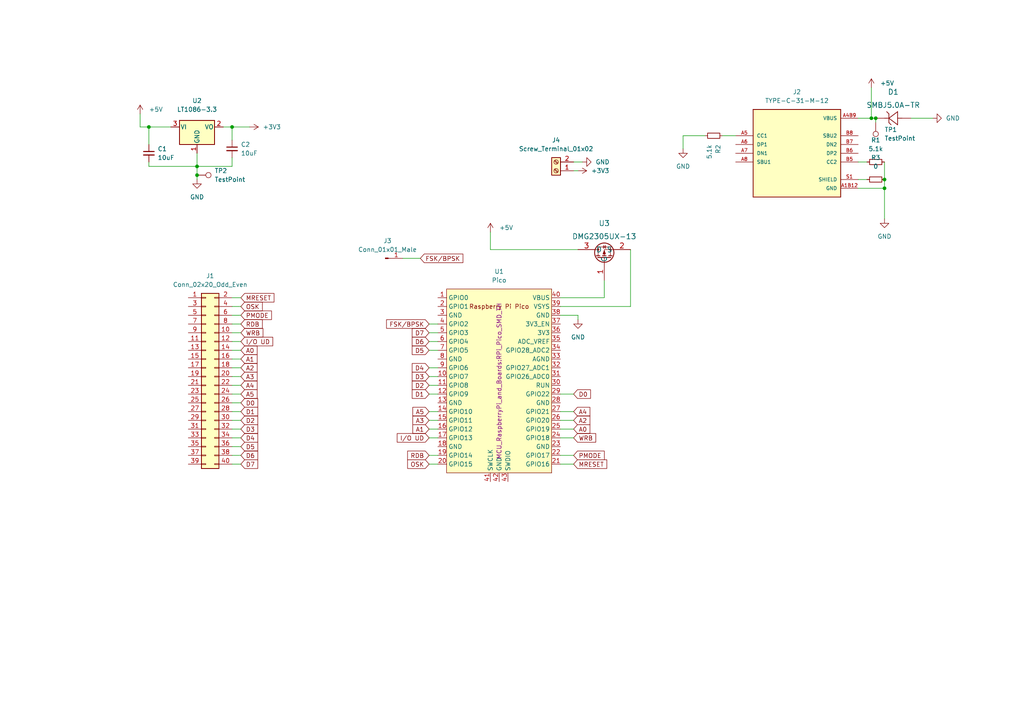
<source format=kicad_sch>
(kicad_sch (version 20211123) (generator eeschema)
  (paper "A4")
  (lib_symbols
    (symbol "Connector:Conn_01x01_Male" (pin_names (offset 1.016) hide)
      (property "Reference" "J" (at 0 2.54 0))
      (property "Value" "Conn_01x01_Male" (at 0 -2.54 0))
      (symbol "Conn_01x01_Male_1_1"
        (polyline (pts (xy 1.27 0) (xy 0.8636 0)) (stroke (width 0.1524)))
        (rectangle (start 0.8636 0.127) (end 0 -0.127) (stroke (width 0.1524)) (fill (type outline)))
        (pin passive line (at 5.08 0 180) (length 3.81) (name "Pin_1") (number "1"))
      )
    )
    (symbol "Connector:Screw_Terminal_01x02" (pin_names (offset 1.016) hide)
      (property "Reference" "J" (at 0 2.54 0))
      (property "Value" "Screw_Terminal_01x02" (at 0 -5.08 0))
      (symbol "Screw_Terminal_01x02_1_1"
        (rectangle (start -1.27 1.27) (end 1.27 -3.81) (stroke (width 0.254)) (fill (type background)))
        (circle (center 0 -2.54) (radius 0.635) (stroke (width 0.1524)))
        (polyline (pts (xy -0.5334 -2.2098) (xy 0.3302 -3.048)) (stroke (width 0.1524)))
        (polyline (pts (xy -0.5334 0.3302) (xy 0.3302 -0.508)) (stroke (width 0.1524)))
        (polyline (pts (xy -0.3556 -2.032) (xy 0.508 -2.8702)) (stroke (width 0.1524)))
        (polyline (pts (xy -0.3556 0.508) (xy 0.508 -0.3302)) (stroke (width 0.1524)))
        (circle (center 0 0) (radius 0.635) (stroke (width 0.1524)))
        (pin passive line (at -5.08 0 0) (length 3.81) (name "Pin_1") (number "1"))
        (pin passive line (at -5.08 -2.54 0) (length 3.81) (name "Pin_2") (number "2"))
      )
    )
    (symbol "Connector:TestPoint" (pin_numbers hide) (pin_names (offset 0.762) hide)
      (property "Reference" "TP" (at 0 6.858 0))
      (property "Value" "TestPoint" (at 0 5.08 0))
      (symbol "TestPoint_0_1"
        (circle (center 0 3.302) (radius 0.762))
      )
      (symbol "TestPoint_1_1"
        (pin passive line (at 0 0 90) (length 2.54) (name "1") (number "1"))
      )
    )
    (symbol "Connector_Generic:Conn_02x20_Odd_Even" (pin_names (offset 1.016) hide)
      (property "Reference" "J" (at 1.27 25.4 0))
      (property "Value" "Conn_02x20_Odd_Even" (at 1.27 -27.94 0))
      (symbol "Conn_02x20_Odd_Even_1_1"
        (rectangle (start -1.27 -25.273) (end 0 -25.527) (stroke (width 0.1524)))
        (rectangle (start -1.27 -22.733) (end 0 -22.987) (stroke (width 0.1524)))
        (rectangle (start -1.27 -20.193) (end 0 -20.447) (stroke (width 0.1524)))
        (rectangle (start -1.27 -17.653) (end 0 -17.907) (stroke (width 0.1524)))
        (rectangle (start -1.27 -15.113) (end 0 -15.367) (stroke (width 0.1524)))
        (rectangle (start -1.27 -12.573) (end 0 -12.827) (stroke (width 0.1524)))
        (rectangle (start -1.27 -10.033) (end 0 -10.287) (stroke (width 0.1524)))
        (rectangle (start -1.27 -7.493) (end 0 -7.747) (stroke (width 0.1524)))
        (rectangle (start -1.27 -4.953) (end 0 -5.207) (stroke (width 0.1524)))
        (rectangle (start -1.27 -2.413) (end 0 -2.667) (stroke (width 0.1524)))
        (rectangle (start -1.27 0.127) (end 0 -0.127) (stroke (width 0.1524)))
        (rectangle (start -1.27 2.667) (end 0 2.413) (stroke (width 0.1524)))
        (rectangle (start -1.27 5.207) (end 0 4.953) (stroke (width 0.1524)))
        (rectangle (start -1.27 7.747) (end 0 7.493) (stroke (width 0.1524)))
        (rectangle (start -1.27 10.287) (end 0 10.033) (stroke (width 0.1524)))
        (rectangle (start -1.27 12.827) (end 0 12.573) (stroke (width 0.1524)))
        (rectangle (start -1.27 15.367) (end 0 15.113) (stroke (width 0.1524)))
        (rectangle (start -1.27 17.907) (end 0 17.653) (stroke (width 0.1524)))
        (rectangle (start -1.27 20.447) (end 0 20.193) (stroke (width 0.1524)))
        (rectangle (start -1.27 22.987) (end 0 22.733) (stroke (width 0.1524)))
        (rectangle (start -1.27 24.13) (end 3.81 -26.67) (stroke (width 0.254)) (fill (type background)))
        (rectangle (start 3.81 -25.273) (end 2.54 -25.527) (stroke (width 0.1524)))
        (rectangle (start 3.81 -22.733) (end 2.54 -22.987) (stroke (width 0.1524)))
        (rectangle (start 3.81 -20.193) (end 2.54 -20.447) (stroke (width 0.1524)))
        (rectangle (start 3.81 -17.653) (end 2.54 -17.907) (stroke (width 0.1524)))
        (rectangle (start 3.81 -15.113) (end 2.54 -15.367) (stroke (width 0.1524)))
        (rectangle (start 3.81 -12.573) (end 2.54 -12.827) (stroke (width 0.1524)))
        (rectangle (start 3.81 -10.033) (end 2.54 -10.287) (stroke (width 0.1524)))
        (rectangle (start 3.81 -7.493) (end 2.54 -7.747) (stroke (width 0.1524)))
        (rectangle (start 3.81 -4.953) (end 2.54 -5.207) (stroke (width 0.1524)))
        (rectangle (start 3.81 -2.413) (end 2.54 -2.667) (stroke (width 0.1524)))
        (rectangle (start 3.81 0.127) (end 2.54 -0.127) (stroke (width 0.1524)))
        (rectangle (start 3.81 2.667) (end 2.54 2.413) (stroke (width 0.1524)))
        (rectangle (start 3.81 5.207) (end 2.54 4.953) (stroke (width 0.1524)))
        (rectangle (start 3.81 7.747) (end 2.54 7.493) (stroke (width 0.1524)))
        (rectangle (start 3.81 10.287) (end 2.54 10.033) (stroke (width 0.1524)))
        (rectangle (start 3.81 12.827) (end 2.54 12.573) (stroke (width 0.1524)))
        (rectangle (start 3.81 15.367) (end 2.54 15.113) (stroke (width 0.1524)))
        (rectangle (start 3.81 17.907) (end 2.54 17.653) (stroke (width 0.1524)))
        (rectangle (start 3.81 20.447) (end 2.54 20.193) (stroke (width 0.1524)))
        (rectangle (start 3.81 22.987) (end 2.54 22.733) (stroke (width 0.1524)))
        (pin passive line (at -5.08 22.86 0) (length 3.81) (name "Pin_1") (number "1"))
        (pin passive line (at 7.62 12.7 180) (length 3.81) (name "Pin_10") (number "10"))
        (pin passive line (at -5.08 10.16 0) (length 3.81) (name "Pin_11") (number "11"))
        (pin passive line (at 7.62 10.16 180) (length 3.81) (name "Pin_12") (number "12"))
        (pin passive line (at -5.08 7.62 0) (length 3.81) (name "Pin_13") (number "13"))
        (pin passive line (at 7.62 7.62 180) (length 3.81) (name "Pin_14") (number "14"))
        (pin passive line (at -5.08 5.08 0) (length 3.81) (name "Pin_15") (number "15"))
        (pin passive line (at 7.62 5.08 180) (length 3.81) (name "Pin_16") (number "16"))
        (pin passive line (at -5.08 2.54 0) (length 3.81) (name "Pin_17") (number "17"))
        (pin passive line (at 7.62 2.54 180) (length 3.81) (name "Pin_18") (number "18"))
        (pin passive line (at -5.08 0 0) (length 3.81) (name "Pin_19") (number "19"))
        (pin passive line (at 7.62 22.86 180) (length 3.81) (name "Pin_2") (number "2"))
        (pin passive line (at 7.62 0 180) (length 3.81) (name "Pin_20") (number "20"))
        (pin passive line (at -5.08 -2.54 0) (length 3.81) (name "Pin_21") (number "21"))
        (pin passive line (at 7.62 -2.54 180) (length 3.81) (name "Pin_22") (number "22"))
        (pin passive line (at -5.08 -5.08 0) (length 3.81) (name "Pin_23") (number "23"))
        (pin passive line (at 7.62 -5.08 180) (length 3.81) (name "Pin_24") (number "24"))
        (pin passive line (at -5.08 -7.62 0) (length 3.81) (name "Pin_25") (number "25"))
        (pin passive line (at 7.62 -7.62 180) (length 3.81) (name "Pin_26") (number "26"))
        (pin passive line (at -5.08 -10.16 0) (length 3.81) (name "Pin_27") (number "27"))
        (pin passive line (at 7.62 -10.16 180) (length 3.81) (name "Pin_28") (number "28"))
        (pin passive line (at -5.08 -12.7 0) (length 3.81) (name "Pin_29") (number "29"))
        (pin passive line (at -5.08 20.32 0) (length 3.81) (name "Pin_3") (number "3"))
        (pin passive line (at 7.62 -12.7 180) (length 3.81) (name "Pin_30") (number "30"))
        (pin passive line (at -5.08 -15.24 0) (length 3.81) (name "Pin_31") (number "31"))
        (pin passive line (at 7.62 -15.24 180) (length 3.81) (name "Pin_32") (number "32"))
        (pin passive line (at -5.08 -17.78 0) (length 3.81) (name "Pin_33") (number "33"))
        (pin passive line (at 7.62 -17.78 180) (length 3.81) (name "Pin_34") (number "34"))
        (pin passive line (at -5.08 -20.32 0) (length 3.81) (name "Pin_35") (number "35"))
        (pin passive line (at 7.62 -20.32 180) (length 3.81) (name "Pin_36") (number "36"))
        (pin passive line (at -5.08 -22.86 0) (length 3.81) (name "Pin_37") (number "37"))
        (pin passive line (at 7.62 -22.86 180) (length 3.81) (name "Pin_38") (number "38"))
        (pin passive line (at -5.08 -25.4 0) (length 3.81) (name "Pin_39") (number "39"))
        (pin passive line (at 7.62 20.32 180) (length 3.81) (name "Pin_4") (number "4"))
        (pin passive line (at 7.62 -25.4 180) (length 3.81) (name "Pin_40") (number "40"))
        (pin passive line (at -5.08 17.78 0) (length 3.81) (name "Pin_5") (number "5"))
        (pin passive line (at 7.62 17.78 180) (length 3.81) (name "Pin_6") (number "6"))
        (pin passive line (at -5.08 15.24 0) (length 3.81) (name "Pin_7") (number "7"))
        (pin passive line (at 7.62 15.24 180) (length 3.81) (name "Pin_8") (number "8"))
        (pin passive line (at -5.08 12.7 0) (length 3.81) (name "Pin_9") (number "9"))
      )
    )
    (symbol "DMG2305UX:DMG2305UX-13" (pin_names (offset 0.254))
      (property "Reference" "U" (at 15.24 6.35 0))
      (property "Value" "DMG2305UX-13" (at 15.24 3.81 0))
      (symbol "DMG2305UX-13_0_1"
        (polyline (pts (xy 24.384 -5.08) (xy 21.59 -5.08)))
        (polyline (pts (xy 24.384 -3.175) (xy 24.384 -6.985)) (stroke (width 0.254)))
        (polyline (pts (xy 24.892 -6.35) (xy 24.892 -7.366)) (stroke (width 0.254)))
        (polyline (pts (xy 24.892 -4.572) (xy 24.892 -5.588)) (stroke (width 0.254)))
        (polyline (pts (xy 24.892 -2.794) (xy 24.892 -3.81)) (stroke (width 0.254)))
        (polyline (pts (xy 26.67 -2.54) (xy 26.67 -3.302)))
        (polyline (pts (xy 26.67 -7.62) (xy 26.67 -5.08) (xy 24.892 -5.08)))
        (polyline (pts (xy 24.892 -3.302) (xy 27.432 -3.302) (xy 27.432 -6.858) (xy 24.892 -6.858)))
        (polyline (pts (xy 26.416 -5.08) (xy 25.4 -4.699) (xy 25.4 -5.461) (xy 26.416 -5.08)) (fill (type outline)))
        (polyline (pts (xy 26.924 -5.588) (xy 27.051 -5.461) (xy 27.813 -5.461) (xy 27.94 -5.334)))
        (polyline (pts (xy 27.432 -5.461) (xy 27.051 -4.826) (xy 27.813 -4.826) (xy 27.432 -5.461)))
        (circle (center 25.781 -5.08) (radius 2.794) (stroke (width 0.254)))
        (circle (center 26.67 -6.858) (radius 0.254) (fill (type outline)))
        (circle (center 26.67 -3.302) (radius 0.254) (fill (type outline)))
      )
      (symbol "DMG2305UX-13_1_1"
        (pin input line (at 17.78 -5.08 0) (length 5) (name "G") (number "1"))
        (pin passive line (at 26.67 -12.7 90) (length 5) (name "S") (number "2"))
        (pin passive line (at 26.67 2.54 270) (length 5) (name "D") (number "3"))
      )
    )
    (symbol "Device:C_Small" (pin_numbers hide) (pin_names (offset 0.254) hide)
      (property "Reference" "C" (at 0.254 1.778 0))
      (property "Value" "C_Small" (at 0.254 -2.032 0))
      (symbol "C_Small_0_1"
        (polyline (pts (xy -1.524 -0.508) (xy 1.524 -0.508)) (stroke (width 0.3302)))
        (polyline (pts (xy -1.524 0.508) (xy 1.524 0.508)) (stroke (width 0.3048)))
      )
      (symbol "C_Small_1_1"
        (pin passive line (at 0 2.54 270) (length 2.032) (name "~") (number "1"))
        (pin passive line (at 0 -2.54 90) (length 2.032) (name "~") (number "2"))
      )
    )
    (symbol "Device:R_Small" (pin_numbers hide) (pin_names (offset 0.254) hide)
      (property "Reference" "R" (at 0.762 0.508 0))
      (property "Value" "R_Small" (at 0.762 -1.016 0))
      (symbol "R_Small_0_1"
        (rectangle (start -0.762 1.778) (end 0.762 -1.778) (stroke (width 0.2032)))
      )
      (symbol "R_Small_1_1"
        (pin passive line (at 0 2.54 270) (length 0.762) (name "~") (number "1"))
        (pin passive line (at 0 -2.54 90) (length 0.762) (name "~") (number "2"))
      )
    )
    (symbol "MCU_RaspberryPi_and_Boards:Pico"
      (property "Reference" "U" (at -13.97 27.94 0))
      (property "Value" "Pico" (at 0 19.05 0))
      (symbol "Pico_0_0"
        (text "Raspberry Pi Pico" (at 0 21.59 0) (effects (font (size 1.27 1.27))))
      )
      (symbol "Pico_0_1"
        (rectangle (start -15.24 26.67) (end 15.24 -26.67) (fill (type background)))
      )
      (symbol "Pico_1_1"
        (pin bidirectional line (at -17.78 24.13 0) (length 2.54) (name "GPIO0") (number "1"))
        (pin bidirectional line (at -17.78 1.27 0) (length 2.54) (name "GPIO7") (number "10"))
        (pin bidirectional line (at -17.78 -1.27 0) (length 2.54) (name "GPIO8") (number "11"))
        (pin bidirectional line (at -17.78 -3.81 0) (length 2.54) (name "GPIO9") (number "12"))
        (pin power_in line (at -17.78 -6.35 0) (length 2.54) (name "GND") (number "13"))
        (pin bidirectional line (at -17.78 -8.89 0) (length 2.54) (name "GPIO10") (number "14"))
        (pin bidirectional line (at -17.78 -11.43 0) (length 2.54) (name "GPIO11") (number "15"))
        (pin bidirectional line (at -17.78 -13.97 0) (length 2.54) (name "GPIO12") (number "16"))
        (pin bidirectional line (at -17.78 -16.51 0) (length 2.54) (name "GPIO13") (number "17"))
        (pin power_in line (at -17.78 -19.05 0) (length 2.54) (name "GND") (number "18"))
        (pin bidirectional line (at -17.78 -21.59 0) (length 2.54) (name "GPIO14") (number "19"))
        (pin bidirectional line (at -17.78 21.59 0) (length 2.54) (name "GPIO1") (number "2"))
        (pin bidirectional line (at -17.78 -24.13 0) (length 2.54) (name "GPIO15") (number "20"))
        (pin bidirectional line (at 17.78 -24.13 180) (length 2.54) (name "GPIO16") (number "21"))
        (pin bidirectional line (at 17.78 -21.59 180) (length 2.54) (name "GPIO17") (number "22"))
        (pin power_in line (at 17.78 -19.05 180) (length 2.54) (name "GND") (number "23"))
        (pin bidirectional line (at 17.78 -16.51 180) (length 2.54) (name "GPIO18") (number "24"))
        (pin bidirectional line (at 17.78 -13.97 180) (length 2.54) (name "GPIO19") (number "25"))
        (pin bidirectional line (at 17.78 -11.43 180) (length 2.54) (name "GPIO20") (number "26"))
        (pin bidirectional line (at 17.78 -8.89 180) (length 2.54) (name "GPIO21") (number "27"))
        (pin power_in line (at 17.78 -6.35 180) (length 2.54) (name "GND") (number "28"))
        (pin bidirectional line (at 17.78 -3.81 180) (length 2.54) (name "GPIO22") (number "29"))
        (pin power_in line (at -17.78 19.05 0) (length 2.54) (name "GND") (number "3"))
        (pin input line (at 17.78 -1.27 180) (length 2.54) (name "RUN") (number "30"))
        (pin bidirectional line (at 17.78 1.27 180) (length 2.54) (name "GPIO26_ADC0") (number "31"))
        (pin bidirectional line (at 17.78 3.81 180) (length 2.54) (name "GPIO27_ADC1") (number "32"))
        (pin power_in line (at 17.78 6.35 180) (length 2.54) (name "AGND") (number "33"))
        (pin bidirectional line (at 17.78 8.89 180) (length 2.54) (name "GPIO28_ADC2") (number "34"))
        (pin power_in line (at 17.78 11.43 180) (length 2.54) (name "ADC_VREF") (number "35"))
        (pin power_in line (at 17.78 13.97 180) (length 2.54) (name "3V3") (number "36"))
        (pin input line (at 17.78 16.51 180) (length 2.54) (name "3V3_EN") (number "37"))
        (pin bidirectional line (at 17.78 19.05 180) (length 2.54) (name "GND") (number "38"))
        (pin power_in line (at 17.78 21.59 180) (length 2.54) (name "VSYS") (number "39"))
        (pin bidirectional line (at -17.78 16.51 0) (length 2.54) (name "GPIO2") (number "4"))
        (pin power_in line (at 17.78 24.13 180) (length 2.54) (name "VBUS") (number "40"))
        (pin input line (at -2.54 -29.21 90) (length 2.54) (name "SWCLK") (number "41"))
        (pin power_in line (at 0 -29.21 90) (length 2.54) (name "GND") (number "42"))
        (pin bidirectional line (at 2.54 -29.21 90) (length 2.54) (name "SWDIO") (number "43"))
        (pin bidirectional line (at -17.78 13.97 0) (length 2.54) (name "GPIO3") (number "5"))
        (pin bidirectional line (at -17.78 11.43 0) (length 2.54) (name "GPIO4") (number "6"))
        (pin bidirectional line (at -17.78 8.89 0) (length 2.54) (name "GPIO5") (number "7"))
        (pin power_in line (at -17.78 6.35 0) (length 2.54) (name "GND") (number "8"))
        (pin bidirectional line (at -17.78 3.81 0) (length 2.54) (name "GPIO6") (number "9"))
      )
    )
    (symbol "Regulator_Linear:LT1086-3.3" (pin_names (offset 0.254))
      (property "Reference" "U" (at -3.81 3.175 0))
      (property "Value" "LT1086-3.3" (at 0 3.175 0))
      (symbol "LT1086-3.3_0_1"
        (rectangle (start -5.08 1.905) (end 5.08 -5.08) (stroke (width 0.254)) (fill (type background)))
      )
      (symbol "LT1086-3.3_1_1"
        (pin power_in line (at 0 -7.62 90) (length 2.54) (name "GND") (number "1"))
        (pin power_out line (at 7.62 0 180) (length 2.54) (name "VO") (number "2"))
        (pin power_in line (at -7.62 0 0) (length 2.54) (name "VI") (number "3"))
      )
    )
    (symbol "SMBJ5-0A-TR:SMBJ5.0A-TR" (pin_numbers hide) (pin_names (offset 1.651) hide)
      (property "Reference" "D1" (at 5.08 7.62 0))
      (property "Value" "SMBJ5.0A-TR" (at 5.08 3.81 0))
      (symbol "SMBJ5.0A-TR_1_1"
        (polyline (pts (xy 2.54 0) (xy 3.81 0)) (stroke (width 0.2032)))
        (polyline (pts (xy 3.175 1.905) (xy 3.81 1.27)) (stroke (width 0.2032)))
        (polyline (pts (xy 3.81 -1.27) (xy 4.445 -1.905)) (stroke (width 0.2032)))
        (polyline (pts (xy 3.81 0) (xy 6.35 -1.905)) (stroke (width 0.2032)))
        (polyline (pts (xy 3.81 1.27) (xy 3.81 -1.27)) (stroke (width 0.2032)))
        (polyline (pts (xy 6.35 -1.905) (xy 6.35 1.905)) (stroke (width 0.2032)))
        (polyline (pts (xy 6.35 1.905) (xy 3.81 0)) (stroke (width 0.2032)))
        (polyline (pts (xy 7.62 0) (xy 6.35 0)) (stroke (width 0.2032)))
        (pin unspecified line (at 0 0 0) (length 2.54) (name "1") (number "1"))
        (pin unspecified line (at 10.16 0 180) (length 2.54) (name "2") (number "2"))
      )
    )
    (symbol "TYPE-C-31-M-12:TYPE-C-31-M-12" (pin_names (offset 1.016))
      (property "Reference" "J" (at -12.7 13.462 0))
      (property "Value" "TYPE-C-31-M-12" (at -12.7 -13.462 0))
      (symbol "TYPE-C-31-M-12_0_0"
        (rectangle (start -12.7 -12.7) (end 12.7 12.7) (stroke (width 0.254)) (fill (type background)))
        (pin power_in line (at 17.78 -10.16 180) (length 5.08) (name "GND") (number "A1B12"))
        (pin power_in line (at 17.78 10.16 180) (length 5.08) (name "VBUS") (number "A4B9"))
        (pin bidirectional line (at -17.78 5.08 0) (length 5.08) (name "CC1") (number "A5"))
        (pin bidirectional line (at -17.78 2.54 0) (length 5.08) (name "DP1") (number "A6"))
        (pin bidirectional line (at -17.78 0 0) (length 5.08) (name "DN1") (number "A7"))
        (pin bidirectional line (at -17.78 -2.54 0) (length 5.08) (name "SBU1") (number "A8"))
        (pin bidirectional line (at 17.78 -2.54 180) (length 5.08) (name "CC2") (number "B5"))
        (pin bidirectional line (at 17.78 0 180) (length 5.08) (name "DP2") (number "B6"))
        (pin bidirectional line (at 17.78 2.54 180) (length 5.08) (name "DN2") (number "B7"))
        (pin bidirectional line (at 17.78 5.08 180) (length 5.08) (name "SBU2") (number "B8"))
        (pin passive line (at 17.78 -7.62 180) (length 5.08) (name "SHIELD") (number "S1"))
      )
    )
    (symbol "power:+3.3V" (power) (pin_names (offset 0))
      (property "Value" "+3.3V" (at 0 3.556 0))
      (symbol "+3.3V_0_1"
        (polyline (pts (xy -0.762 1.27) (xy 0 2.54)))
        (polyline (pts (xy 0 0) (xy 0 2.54)))
        (polyline (pts (xy 0 2.54) (xy 0.762 1.27)))
      )
      (symbol "+3.3V_1_1"
        (pin power_in line (at 0 0 90) (length 0) hide (name "+3V3") (number "1"))
      )
    )
    (symbol "power:+5V" (power) (pin_names (offset 0))
      (property "Value" "+5V" (at 0 3.556 0))
      (symbol "+5V_0_1"
        (polyline (pts (xy -0.762 1.27) (xy 0 2.54)))
        (polyline (pts (xy 0 0) (xy 0 2.54)))
        (polyline (pts (xy 0 2.54) (xy 0.762 1.27)))
      )
      (symbol "+5V_1_1"
        (pin power_in line (at 0 0 90) (length 0) hide (name "+5V") (number "1"))
      )
    )
    (symbol "power:GND" (power) (pin_names (offset 0))
      (property "Value" "GND" (at 0 -3.81 0))
      (symbol "GND_0_1"
        (polyline (pts (xy 0 0) (xy 0 -1.27) (xy 1.27 -1.27) (xy 0 -2.54) (xy -1.27 -1.27) (xy 0 -1.27)))
      )
      (symbol "GND_1_1"
        (pin power_in line (at 0 0 270) (length 0) hide (name "GND") (number "1"))
      )
    )
  )
  (junction (at 43.18 36.83))
  (junction (at 256.54 54.61))
  (junction (at 254 34.29))
  (junction (at 252.73 34.29))
  (junction (at 57.15 48.26))
  (junction (at 67.31 36.83))
  (junction (at 256.54 52.07))
  (junction (at 57.15 50.8))
  (wire (pts (xy 67.31 121.92) (xy 69.85 121.92)))
  (wire (pts (xy 166.37 46.99) (xy 168.91 46.99)))
  (wire (pts (xy 256.54 46.99) (xy 256.54 52.07)))
  (wire (pts (xy 67.31 127) (xy 69.85 127)))
  (wire (pts (xy 124.46 99.06) (xy 127 99.06)))
  (wire (pts (xy 248.92 34.29) (xy 252.73 34.29)))
  (wire (pts (xy 167.64 72.39) (xy 142.24 72.39)))
  (wire (pts (xy 67.31 36.83) (xy 64.77 36.83)))
  (wire (pts (xy 67.31 134.62) (xy 69.85 134.62)))
  (wire (pts (xy 67.31 106.68) (xy 69.85 106.68)))
  (wire (pts (xy 162.56 88.9) (xy 182.88 88.9)))
  (wire (pts (xy 162.56 127) (xy 166.37 127)))
  (wire (pts (xy 162.56 114.3) (xy 166.37 114.3)))
  (wire (pts (xy 167.64 92.71) (xy 167.64 91.44)))
  (wire (pts (xy 67.31 88.9) (xy 69.85 88.9)))
  (wire (pts (xy 49.53 36.83) (xy 43.18 36.83)))
  (wire (pts (xy 252.73 34.29) (xy 254 34.29)))
  (wire (pts (xy 67.31 129.54) (xy 69.85 129.54)))
  (wire (pts (xy 124.46 93.98) (xy 127 93.98)))
  (wire (pts (xy 57.15 48.26) (xy 67.31 48.26)))
  (wire (pts (xy 162.56 119.38) (xy 166.37 119.38)))
  (wire (pts (xy 124.46 121.92) (xy 127 121.92)))
  (wire (pts (xy 248.92 54.61) (xy 256.54 54.61)))
  (wire (pts (xy 162.56 132.08) (xy 166.37 132.08)))
  (wire (pts (xy 67.31 99.06) (xy 69.85 99.06)))
  (wire (pts (xy 204.47 39.37) (xy 198.12 39.37)))
  (wire (pts (xy 124.46 124.46) (xy 127 124.46)))
  (wire (pts (xy 264.16 34.29) (xy 270.51 34.29)))
  (wire (pts (xy 67.31 109.22) (xy 69.85 109.22)))
  (wire (pts (xy 124.46 96.52) (xy 127 96.52)))
  (wire (pts (xy 67.31 124.46) (xy 69.85 124.46)))
  (wire (pts (xy 43.18 46.99) (xy 43.18 48.26)))
  (wire (pts (xy 162.56 121.92) (xy 166.37 121.92)))
  (wire (pts (xy 209.55 39.37) (xy 213.36 39.37)))
  (wire (pts (xy 67.31 48.26) (xy 67.31 45.72)))
  (wire (pts (xy 67.31 36.83) (xy 72.39 36.83)))
  (wire (pts (xy 124.46 101.6) (xy 127 101.6)))
  (wire (pts (xy 57.15 50.8) (xy 57.15 52.07)))
  (wire (pts (xy 67.31 40.64) (xy 67.31 36.83)))
  (wire (pts (xy 252.73 25.4) (xy 252.73 34.29)))
  (wire (pts (xy 67.31 114.3) (xy 69.85 114.3)))
  (wire (pts (xy 67.31 93.98) (xy 69.85 93.98)))
  (wire (pts (xy 67.31 116.84) (xy 69.85 116.84)))
  (wire (pts (xy 67.31 119.38) (xy 69.85 119.38)))
  (wire (pts (xy 124.46 134.62) (xy 127 134.62)))
  (wire (pts (xy 40.64 33.02) (xy 40.64 36.83)))
  (wire (pts (xy 67.31 104.14) (xy 69.85 104.14)))
  (wire (pts (xy 67.31 132.08) (xy 69.85 132.08)))
  (wire (pts (xy 124.46 111.76) (xy 127 111.76)))
  (wire (pts (xy 67.31 96.52) (xy 69.85 96.52)))
  (wire (pts (xy 175.26 86.36) (xy 162.56 86.36)))
  (wire (pts (xy 116.84 74.93) (xy 121.92 74.93)))
  (wire (pts (xy 57.15 50.8) (xy 57.15 48.26)))
  (wire (pts (xy 248.92 52.07) (xy 251.46 52.07)))
  (wire (pts (xy 57.15 44.45) (xy 57.15 48.26)))
  (wire (pts (xy 162.56 134.62) (xy 166.37 134.62)))
  (wire (pts (xy 248.92 46.99) (xy 251.46 46.99)))
  (wire (pts (xy 67.31 86.36) (xy 69.85 86.36)))
  (wire (pts (xy 124.46 127) (xy 127 127)))
  (wire (pts (xy 182.88 88.9) (xy 182.88 72.39)))
  (wire (pts (xy 166.37 49.53) (xy 167.64 49.53)))
  (wire (pts (xy 124.46 109.22) (xy 127 109.22)))
  (wire (pts (xy 67.31 111.76) (xy 69.85 111.76)))
  (wire (pts (xy 67.31 101.6) (xy 69.85 101.6)))
  (wire (pts (xy 256.54 52.07) (xy 256.54 54.61)))
  (wire (pts (xy 124.46 132.08) (xy 127 132.08)))
  (wire (pts (xy 67.31 91.44) (xy 69.85 91.44)))
  (wire (pts (xy 167.64 91.44) (xy 162.56 91.44)))
  (wire (pts (xy 162.56 124.46) (xy 166.37 124.46)))
  (wire (pts (xy 254 34.29) (xy 254 35.56)))
  (wire (pts (xy 198.12 39.37) (xy 198.12 43.18)))
  (wire (pts (xy 256.54 54.61) (xy 256.54 63.5)))
  (wire (pts (xy 175.26 81.28) (xy 175.26 86.36)))
  (wire (pts (xy 43.18 36.83) (xy 43.18 41.91)))
  (wire (pts (xy 124.46 106.68) (xy 127 106.68)))
  (wire (pts (xy 124.46 119.38) (xy 127 119.38)))
  (wire (pts (xy 142.24 72.39) (xy 142.24 67.31)))
  (wire (pts (xy 43.18 48.26) (xy 57.15 48.26)))
  (wire (pts (xy 40.64 36.83) (xy 43.18 36.83)))
  (wire (pts (xy 124.46 114.3) (xy 127 114.3)))
  (global_label "D3" (shape input) (at 69.85 124.46 0) (property "Intersheet References" "${INTERSHEET_REFS}" (effects hide)))
  (global_label "PMODE" (shape input) (at 69.85 91.44 0) (property "Intersheet References" "${INTERSHEET_REFS}" (effects hide)))
  (global_label "D4" (shape input) (at 124.46 106.68 180) (property "Intersheet References" "${INTERSHEET_REFS}" (effects hide)))
  (global_label "A5" (shape input) (at 69.85 114.3 0) (property "Intersheet References" "${INTERSHEET_REFS}" (effects hide)))
  (global_label "D7" (shape input) (at 124.46 96.52 180) (property "Intersheet References" "${INTERSHEET_REFS}" (effects hide)))
  (global_label "D0" (shape input) (at 166.37 114.3 0) (property "Intersheet References" "${INTERSHEET_REFS}" (effects hide)))
  (global_label "FSK{slash}BPSK" (shape input) (at 124.46 93.98 180) (property "Intersheet References" "${INTERSHEET_REFS}" (effects hide)))
  (global_label "FSK{slash}BPSK" (shape input) (at 121.92 74.93 0) (property "Intersheet References" "${INTERSHEET_REFS}" (effects hide)))
  (global_label "OSK" (shape input) (at 124.46 134.62 180) (property "Intersheet References" "${INTERSHEET_REFS}" (effects hide)))
  (global_label "A1" (shape input) (at 124.46 124.46 180) (property "Intersheet References" "${INTERSHEET_REFS}" (effects hide)))
  (global_label "D3" (shape input) (at 124.46 109.22 180) (property "Intersheet References" "${INTERSHEET_REFS}" (effects hide)))
  (global_label "D1" (shape input) (at 124.46 114.3 180) (property "Intersheet References" "${INTERSHEET_REFS}" (effects hide)))
  (global_label "RDB" (shape input) (at 124.46 132.08 180) (property "Intersheet References" "${INTERSHEET_REFS}" (effects hide)))
  (global_label "A2" (shape input) (at 69.85 106.68 0) (property "Intersheet References" "${INTERSHEET_REFS}" (effects hide)))
  (global_label "A3" (shape input) (at 124.46 121.92 180) (property "Intersheet References" "${INTERSHEET_REFS}" (effects hide)))
  (global_label "A3" (shape input) (at 69.85 109.22 0) (property "Intersheet References" "${INTERSHEET_REFS}" (effects hide)))
  (global_label "D4" (shape input) (at 69.85 127 0) (property "Intersheet References" "${INTERSHEET_REFS}" (effects hide)))
  (global_label "A1" (shape input) (at 69.85 104.14 0) (property "Intersheet References" "${INTERSHEET_REFS}" (effects hide)))
  (global_label "MRESET" (shape input) (at 69.85 86.36 0) (property "Intersheet References" "${INTERSHEET_REFS}" (effects hide)))
  (global_label "MRESET" (shape input) (at 166.37 134.62 0) (property "Intersheet References" "${INTERSHEET_REFS}" (effects hide)))
  (global_label "PMODE" (shape input) (at 166.37 132.08 0) (property "Intersheet References" "${INTERSHEET_REFS}" (effects hide)))
  (global_label "D2" (shape input) (at 69.85 121.92 0) (property "Intersheet References" "${INTERSHEET_REFS}" (effects hide)))
  (global_label "A4" (shape input) (at 69.85 111.76 0) (property "Intersheet References" "${INTERSHEET_REFS}" (effects hide)))
  (global_label "D5" (shape input) (at 69.85 129.54 0) (property "Intersheet References" "${INTERSHEET_REFS}" (effects hide)))
  (global_label "D2" (shape input) (at 124.46 111.76 180) (property "Intersheet References" "${INTERSHEET_REFS}" (effects hide)))
  (global_label "I{slash}O UD" (shape input) (at 124.46 127 180) (property "Intersheet References" "${INTERSHEET_REFS}" (effects hide)))
  (global_label "A5" (shape input) (at 124.46 119.38 180) (property "Intersheet References" "${INTERSHEET_REFS}" (effects hide)))
  (global_label "A4" (shape input) (at 166.37 119.38 0) (property "Intersheet References" "${INTERSHEET_REFS}" (effects hide)))
  (global_label "D6" (shape input) (at 124.46 99.06 180) (property "Intersheet References" "${INTERSHEET_REFS}" (effects hide)))
  (global_label "I{slash}O UD" (shape input) (at 69.85 99.06 0) (property "Intersheet References" "${INTERSHEET_REFS}" (effects hide)))
  (global_label "D1" (shape input) (at 69.85 119.38 0) (property "Intersheet References" "${INTERSHEET_REFS}" (effects hide)))
  (global_label "A0" (shape input) (at 69.85 101.6 0) (property "Intersheet References" "${INTERSHEET_REFS}" (effects hide)))
  (global_label "WRB" (shape input) (at 69.85 96.52 0) (property "Intersheet References" "${INTERSHEET_REFS}" (effects hide)))
  (global_label "D5" (shape input) (at 124.46 101.6 180) (property "Intersheet References" "${INTERSHEET_REFS}" (effects hide)))
  (global_label "A0" (shape input) (at 166.37 124.46 0) (property "Intersheet References" "${INTERSHEET_REFS}" (effects hide)))
  (global_label "WRB" (shape input) (at 166.37 127 0) (property "Intersheet References" "${INTERSHEET_REFS}" (effects hide)))
  (global_label "D6" (shape input) (at 69.85 132.08 0) (property "Intersheet References" "${INTERSHEET_REFS}" (effects hide)))
  (global_label "RDB" (shape input) (at 69.85 93.98 0) (property "Intersheet References" "${INTERSHEET_REFS}" (effects hide)))
  (global_label "OSK" (shape input) (at 69.85 88.9 0) (property "Intersheet References" "${INTERSHEET_REFS}" (effects hide)))
  (global_label "D0" (shape input) (at 69.85 116.84 0) (property "Intersheet References" "${INTERSHEET_REFS}" (effects hide)))
  (global_label "A2" (shape input) (at 166.37 121.92 0) (property "Intersheet References" "${INTERSHEET_REFS}" (effects hide)))
  (global_label "D7" (shape input) (at 69.85 134.62 0) (property "Intersheet References" "${INTERSHEET_REFS}" (effects hide)))
  (symbol (lib_id "Regulator_Linear:LT1086-3.3") (at 57.15 36.83 0) (unit 1)
    (property "Reference" "U2" (at 57.15 29.21 0))
    (property "Value" "LT1086-3.3" (at 57.15 31.75 0))
    (property "Footprint" "LT1086:LT1086" (effects hide))
    (property "Datasheet" "https://www.analog.com/media/en/technical-documentation/data-sheets/1086ffs.pdf" (effects hide))
  )
  (symbol (lib_id "power:+5V") (at 142.24 67.31 0) (unit 1)
    (property "Reference" "#PWR0106" (effects hide))
    (property "Value" "+5V" (at 144.78 66.0399 0) (effects (justify left)))
  )
  (symbol (lib_id "power:GND") (at 168.91 46.99 90) (unit 1)
    (property "Reference" "#PWR0111" (effects hide))
    (property "Value" "GND" (at 172.72 46.9899 90) (effects (justify right)))
  )
  (symbol (lib_id "power:+3.3V") (at 167.64 49.53 270) (unit 1)
    (property "Reference" "#PWR0110" (effects hide))
    (property "Value" "+3.3V" (at 171.45 49.5299 90) (effects (justify left)))
  )
  (symbol (lib_id "power:GND") (at 167.64 92.71 0) (unit 1)
    (property "Reference" "#PWR0108" (effects hide))
    (property "Value" "GND" (at 167.64 97.79 0))
  )
  (symbol (lib_id "Connector:Conn_01x01_Male") (at 111.76 74.93 0) (unit 1)
    (property "Reference" "J3" (at 112.395 69.85 0))
    (property "Value" "Conn_01x01_Male" (at 112.395 72.39 0))
    (property "Footprint" "Connector_PinHeader_1.27mm:PinHeader_1x01_P1.27mm_Vertical" (effects hide))
  )
  (symbol (lib_id "Connector:TestPoint") (at 254 35.56 180) (unit 1)
    (property "Reference" "TP1" (at 256.54 37.5919 0) (effects (justify right)))
    (property "Value" "TestPoint" (at 256.54 40.1319 0) (effects (justify right)))
    (property "Footprint" "TestPoint:TestPoint_THTPad_D2.0mm_Drill1.0mm" (effects hide))
  )
  (symbol (lib_id "Device:R_Small") (at 254 46.99 90) (unit 1)
    (property "Reference" "R1" (at 254 40.64 90))
    (property "Value" "5.1k" (at 254 43.18 90))
    (property "Footprint" "Resistor_SMD:R_0805_2012Metric" (effects hide))
  )
  (symbol (lib_id "Connector:TestPoint") (at 57.15 50.8 270) (unit 1)
    (property "Reference" "TP2" (at 62.23 49.5299 90) (effects (justify left)))
    (property "Value" "TestPoint" (at 62.23 52.0699 90) (effects (justify left)))
    (property "Footprint" "TestPoint:TestPoint_THTPad_D2.0mm_Drill1.0mm" (effects hide))
  )
  (symbol (lib_id "power:+5V") (at 252.73 25.4 0) (unit 1)
    (property "Reference" "#PWR0109" (effects hide))
    (property "Value" "+5V" (at 255.27 24.1299 0) (effects (justify left)))
  )
  (symbol (lib_id "power:GND") (at 270.51 34.29 90) (unit 1)
    (property "Reference" "#PWR0103" (effects hide))
    (property "Value" "GND" (at 274.32 34.2899 90) (effects (justify right)))
  )
  (symbol (lib_id "SMBJ5-0A-TR:SMBJ5.0A-TR") (at 254 34.29 0) (unit 1)
    (property "Reference" "D1" (at 259.08 26.67 0) (effects (font (size 1.524 1.524))))
    (property "Value" "SMBJ5.0A-TR" (at 259.08 30.48 0) (effects (font (size 1.524 1.524))))
    (property "Footprint" "SMBJ5-0A-TR:SMBJ5.0A-TR" (effects hide))
  )
  (symbol (lib_id "Device:C_Small") (at 43.18 44.45 0) (unit 1)
    (property "Reference" "C1" (at 45.72 43.1862 0) (effects (justify left)))
    (property "Value" "10uF" (at 45.72 45.7262 0) (effects (justify left)))
    (property "Footprint" "Capacitor_Tantalum_SMD:CP_EIA-2012-12_Kemet-R" (effects hide))
  )
  (symbol (lib_id "power:+5V") (at 40.64 33.02 0) (unit 1)
    (property "Reference" "#PWR0107" (effects hide))
    (property "Value" "+5V" (at 43.18 31.7499 0) (effects (justify left)))
  )
  (symbol (lib_id "Device:R_Small") (at 207.01 39.37 270) (unit 1)
    (property "Reference" "R2" (at 208.2801 41.91 0) (effects (justify left)))
    (property "Value" "5.1k" (at 205.7401 41.91 0) (effects (justify left)))
    (property "Footprint" "Resistor_SMD:R_0805_2012Metric" (effects hide))
  )
  (symbol (lib_id "DMG2305UX:DMG2305UX-13") (at 170.18 99.06 90) (unit 1)
    (property "Reference" "U3" (at 175.26 64.77 90) (effects (font (size 1.524 1.524))))
    (property "Value" "DMG2305UX-13" (at 175.26 68.58 90) (effects (font (size 1.524 1.524))))
    (property "Footprint" "footprints:DMG2305UX-13" (effects hide))
  )
  (symbol (lib_id "Device:R_Small") (at 254 52.07 90) (unit 1)
    (property "Reference" "R3" (at 254 45.72 90))
    (property "Value" "0" (at 254 48.26 90))
    (property "Footprint" "Resistor_SMD:R_0805_2012Metric" (effects hide))
  )
  (symbol (lib_id "power:GND") (at 57.15 52.07 0) (unit 1)
    (property "Reference" "#PWR0104" (effects hide))
    (property "Value" "GND" (at 57.15 57.15 0))
  )
  (symbol (lib_id "MCU_RaspberryPi_and_Boards:Pico") (at 144.78 110.49 0) (unit 1)
    (property "Reference" "U1" (at 144.78 78.74 0))
    (property "Value" "Pico" (at 144.78 81.28 0))
    (property "Footprint" "MCU_RaspberryPi_and_Boards:RPi_Pico_SMD_TH" (at 144.78 110.49 90))
  )
  (symbol (lib_id "power:GND") (at 198.12 43.18 0) (unit 1)
    (property "Reference" "#PWR0102" (effects hide))
    (property "Value" "GND" (at 198.12 48.26 0))
  )
  (symbol (lib_id "TYPE-C-31-M-12:TYPE-C-31-M-12") (at 231.14 44.45 0) (unit 1)
    (property "Reference" "J2" (at 231.14 26.67 0))
    (property "Value" "TYPE-C-31-M-12" (at 231.14 29.21 0))
    (property "Footprint" "HRO_TYPE-C-31-M-12" (effects hide))
    (property "STANDARD" "Manufacturer Recommendations" (effects hide))
    (property "MAXIMUM_PACKAGE_HEIGHT" "3.31mm" (effects hide))
    (property "PARTREV" "A" (effects hide))
    (property "MANUFACTURER" "HRO Electronics" (effects hide))
  )
  (symbol (lib_id "Connector_Generic:Conn_02x20_Odd_Even") (at 59.69 109.22 0) (unit 1)
    (property "Reference" "J1" (at 60.96 80.01 0))
    (property "Value" "Conn_02x20_Odd_Even" (at 60.96 82.55 0))
    (property "Footprint" "Connector_IDC:IDC-Header_2x20_P2.54mm_Vertical" (effects hide))
  )
  (symbol (lib_id "power:GND") (at 256.54 63.5 0) (unit 1)
    (property "Reference" "#PWR0101" (effects hide))
    (property "Value" "GND" (at 256.54 68.58 0))
  )
  (symbol (lib_id "Device:C_Small") (at 67.31 43.18 0) (unit 1)
    (property "Reference" "C2" (at 69.85 41.9162 0) (effects (justify left)))
    (property "Value" "10uF" (at 69.85 44.4562 0) (effects (justify left)))
    (property "Footprint" "Capacitor_Tantalum_SMD:CP_EIA-2012-12_Kemet-R" (effects hide))
  )
  (symbol (lib_id "power:+3.3V") (at 72.39 36.83 270) (unit 1)
    (property "Reference" "#PWR0105" (effects hide))
    (property "Value" "+3.3V" (at 76.2 36.8299 90) (effects (justify left)))
  )
  (symbol (lib_id "Connector:Screw_Terminal_01x02") (at 161.29 49.53 180) (unit 1)
    (property "Reference" "J4" (at 161.29 40.64 0))
    (property "Value" "Screw_Terminal_01x02" (at 161.29 43.18 0))
    (property "Footprint" "Connector_Phoenix_MSTB:PhoenixContact_MSTBA_2,5_2-G-5,08_1x02_P5.08mm_Horizontal" (effects hide))
  )
)
</source>
